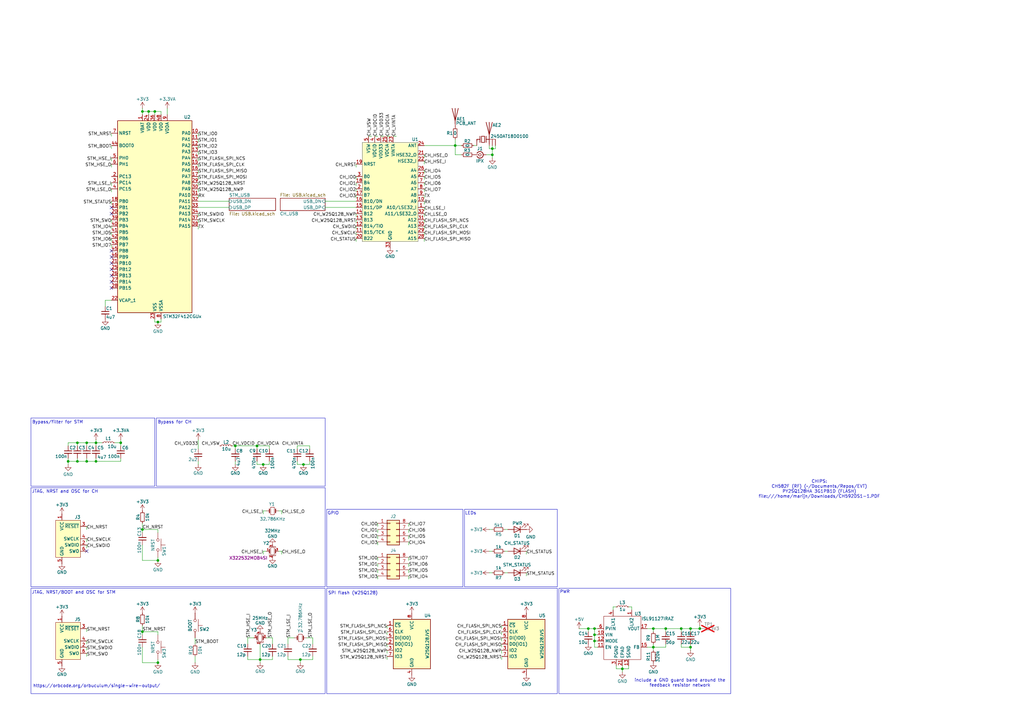
<source format=kicad_sch>
(kicad_sch (version 20231120) (generator "eeschema") (generator_version "8.0")
  (paper "A3")
  (junction (at 35.56 189.23))
  (junction (at 283.21 257.81))
  (junction (at 96.52 182.88))
  (junction (at 31.75 181.61))
  (junction (at 243.84 260.35))
  (junction (at 255.27 274.32))
  (junction (at 279.4 257.81))
  (junction (at 283.21 265.43))
  (junction (at 105.41 182.88))
  (junction (at 241.3 257.81))
  (junction (at 107.95 190.5))
  (junction (at 201.93 63.5))
  (junction (at 58.42 45.72))
  (junction (at 39.37 189.23))
  (junction (at 64.77 229.87))
  (junction (at 243.84 262.89))
  (junction (at 39.37 181.61))
  (junction (at 267.97 257.81))
  (junction (at 58.42 259.08))
  (junction (at 27.94 189.23))
  (junction (at 186.69 59.69))
  (junction (at 64.77 271.78))
  (junction (at 49.53 181.61))
  (junction (at 123.19 270.51))
  (junction (at 106.68 270.51))
  (junction (at 64.77 132.08))
  (junction (at 124.46 190.5))
  (junction (at 243.84 257.81))
  (junction (at 60.96 45.72))
  (junction (at 267.97 265.43))
  (junction (at 58.42 217.17))
  (junction (at 35.56 181.61))
  (junction (at 201.93 60.96))
  (junction (at 287.02 257.81))
  (junction (at 31.75 189.23))
  (junction (at 63.5 45.72))
  (junction (at 273.05 257.81))
  (no_connect (at 35.56 226.06))
  (no_connect (at 45.72 113.03))
  (no_connect (at 45.72 105.41))
  (no_connect (at 45.72 85.09))
  (no_connect (at 45.72 118.11))
  (no_connect (at 45.72 87.63))
  (no_connect (at 45.72 107.95))
  (no_connect (at 45.72 115.57))
  (no_connect (at 45.72 102.87))
  (no_connect (at 45.72 110.49))
  (wire (pts (xy 207.01 217.17) (xy 208.28 217.17)))
  (wire (pts (xy 154.94 233.68) (xy 154.94 234.95)))
  (wire (pts (xy 46.99 181.61) (xy 49.53 181.61)))
  (wire (pts (xy 201.93 60.96) (xy 201.93 63.5)))
  (wire (pts (xy 154.94 228.6) (xy 154.94 229.87)))
  (wire (pts (xy 118.11 264.16) (xy 118.11 261.62)))
  (wire (pts (xy 39.37 181.61) (xy 39.37 182.88)))
  (wire (pts (xy 154.94 215.9) (xy 154.94 214.63)))
  (wire (pts (xy 81.28 63.5) (xy 81.28 62.23)))
  (wire (pts (xy 43.18 123.19) (xy 43.18 125.73)))
  (wire (pts (xy 45.72 99.06) (xy 45.72 97.79)))
  (wire (pts (xy 105.41 182.88) (xy 105.41 184.15)))
  (wire (pts (xy 123.19 270.51) (xy 128.27 270.51)))
  (wire (pts (xy 96.52 182.88) (xy 105.41 182.88)))
  (wire (pts (xy 105.41 190.5) (xy 105.41 189.23)))
  (wire (pts (xy 255.27 274.32) (xy 255.27 273.05)))
  (wire (pts (xy 203.2 60.96) (xy 201.93 60.96)))
  (wire (pts (xy 128.27 270.51) (xy 128.27 269.24)))
  (wire (pts (xy 205.74 257.81) (xy 205.74 256.54)))
  (wire (pts (xy 162.56 55.88) (xy 161.29 55.88)))
  (wire (pts (xy 127 190.5) (xy 124.46 190.5)))
  (wire (pts (xy 45.72 93.98) (xy 45.72 92.71)))
  (wire (pts (xy 279.4 265.43) (xy 283.21 265.43)))
  (wire (pts (xy 107.95 190.5) (xy 110.49 190.5)))
  (wire (pts (xy 49.53 181.61) (xy 49.53 180.34)))
  (wire (pts (xy 27.94 187.96) (xy 27.94 189.23)))
  (wire (pts (xy 203.2 59.69) (xy 203.2 60.96)))
  (wire (pts (xy 58.42 45.72) (xy 60.96 45.72)))
  (wire (pts (xy 27.94 189.23) (xy 31.75 189.23)))
  (wire (pts (xy 215.9 236.22) (xy 215.9 234.95)))
  (wire (pts (xy 127 182.88) (xy 127 184.15)))
  (wire (pts (xy 121.92 182.88) (xy 127 182.88)))
  (wire (pts (xy 63.5 45.72) (xy 66.04 45.72)))
  (wire (pts (xy 121.92 190.5) (xy 124.46 190.5)))
  (wire (pts (xy 31.75 189.23) (xy 35.56 189.23)))
  (wire (pts (xy 64.77 229.87) (xy 64.77 228.6)))
  (wire (pts (xy 35.56 222.25) (xy 35.56 220.98)))
  (wire (pts (xy 81.28 60.96) (xy 81.28 59.69)))
  (wire (pts (xy 81.28 73.66) (xy 81.28 72.39)))
  (wire (pts (xy 106.68 270.51) (xy 111.76 270.51)))
  (wire (pts (xy 267.97 259.08) (xy 267.97 257.81)))
  (wire (pts (xy 39.37 189.23) (xy 49.53 189.23)))
  (wire (pts (xy 267.97 265.43) (xy 267.97 266.7)))
  (wire (pts (xy 154.94 218.44) (xy 154.94 217.17)))
  (wire (pts (xy 173.99 76.2) (xy 173.99 74.93)))
  (wire (pts (xy 243.84 260.35) (xy 243.84 262.89)))
  (wire (pts (xy 107.95 209.55) (xy 109.22 209.55)))
  (wire (pts (xy 81.28 82.55) (xy 93.98 82.55)))
  (wire (pts (xy 35.56 269.24) (xy 35.56 267.97)))
  (wire (pts (xy 279.4 264.16) (xy 279.4 265.43)))
  (wire (pts (xy 200.66 217.17) (xy 201.93 217.17)))
  (wire (pts (xy 265.43 265.43) (xy 267.97 265.43)))
  (wire (pts (xy 121.92 184.15) (xy 121.92 182.88)))
  (wire (pts (xy 251.46 248.92) (xy 252.73 248.92)))
  (wire (pts (xy 173.99 86.36) (xy 173.99 85.09)))
  (wire (pts (xy 251.46 248.92) (xy 251.46 250.19)))
  (wire (pts (xy 58.42 259.08) (xy 58.42 260.35)))
  (wire (pts (xy 186.69 63.5) (xy 189.23 63.5)))
  (wire (pts (xy 283.21 259.08) (xy 283.21 257.81)))
  (wire (pts (xy 283.21 265.43) (xy 283.21 266.7)))
  (wire (pts (xy 279.4 257.81) (xy 283.21 257.81)))
  (wire (pts (xy 45.72 68.58) (xy 45.72 67.31)))
  (wire (pts (xy 60.96 45.72) (xy 60.96 46.99)))
  (wire (pts (xy 35.56 224.79) (xy 35.56 223.52)))
  (wire (pts (xy 58.42 271.78) (xy 58.42 265.43)))
  (wire (pts (xy 45.72 101.6) (xy 45.72 100.33)))
  (wire (pts (xy 105.41 182.88) (xy 110.49 182.88)))
  (wire (pts (xy 158.75 257.81) (xy 158.75 256.54)))
  (wire (pts (xy 31.75 187.96) (xy 31.75 189.23)))
  (wire (pts (xy 58.42 217.17) (xy 64.77 217.17)))
  (wire (pts (xy 273.05 265.43) (xy 267.97 265.43)))
  (wire (pts (xy 35.56 264.16) (xy 35.56 262.89)))
  (wire (pts (xy 81.28 81.28) (xy 81.28 80.01)))
  (wire (pts (xy 287.02 257.81) (xy 283.21 257.81)))
  (wire (pts (xy 167.64 231.14) (xy 167.64 232.41)))
  (wire (pts (xy 96.52 190.5) (xy 96.52 189.23)))
  (wire (pts (xy 45.72 55.88) (xy 45.72 54.61)))
  (wire (pts (xy 81.28 58.42) (xy 81.28 57.15)))
  (wire (pts (xy 146.05 81.28) (xy 146.05 80.01)))
  (wire (pts (xy 127 189.23) (xy 127 190.5)))
  (wire (pts (xy 146.05 76.2) (xy 146.05 74.93)))
  (wire (pts (xy 109.22 261.62) (xy 111.76 261.62)))
  (wire (pts (xy 45.72 91.44) (xy 45.72 90.17)))
  (wire (pts (xy 167.64 233.68) (xy 167.64 234.95)))
  (wire (pts (xy 158.75 262.89) (xy 158.75 261.62)))
  (wire (pts (xy 58.42 44.45) (xy 58.42 45.72)))
  (wire (pts (xy 167.64 236.22) (xy 167.64 237.49)))
  (wire (pts (xy 173.99 83.82) (xy 173.99 82.55)))
  (wire (pts (xy 287.02 256.54) (xy 287.02 257.81)))
  (wire (pts (xy 252.73 274.32) (xy 255.27 274.32)))
  (wire (pts (xy 158.75 260.35) (xy 158.75 259.08)))
  (wire (pts (xy 201.93 64.77) (xy 201.93 63.5)))
  (wire (pts (xy 58.42 229.87) (xy 58.42 223.52)))
  (wire (pts (xy 45.72 60.96) (xy 45.72 59.69)))
  (wire (pts (xy 267.97 257.81) (xy 273.05 257.81)))
  (wire (pts (xy 186.69 57.15) (xy 186.69 59.69)))
  (wire (pts (xy 243.84 257.81) (xy 245.11 257.81)))
  (wire (pts (xy 154.94 231.14) (xy 154.94 232.41)))
  (wire (pts (xy 133.35 82.55) (xy 146.05 82.55)))
  (wire (pts (xy 146.05 99.06) (xy 146.05 97.79)))
  (wire (pts (xy 66.04 45.72) (xy 66.04 46.99)))
  (wire (pts (xy 195.58 59.69) (xy 194.31 59.69)))
  (wire (pts (xy 81.28 180.34) (xy 81.28 184.15)))
  (wire (pts (xy 115.57 210.82) (xy 115.57 209.55)))
  (wire (pts (xy 35.56 266.7) (xy 35.56 265.43)))
  (wire (pts (xy 106.68 264.16) (xy 106.68 270.51)))
  (wire (pts (xy 173.99 99.06) (xy 173.99 97.79)))
  (wire (pts (xy 35.56 187.96) (xy 35.56 189.23)))
  (wire (pts (xy 45.72 96.52) (xy 45.72 95.25)))
  (wire (pts (xy 35.56 181.61) (xy 35.56 182.88)))
  (wire (pts (xy 106.68 271.78) (xy 106.68 270.51)))
  (wire (pts (xy 243.84 262.89) (xy 245.11 262.89)))
  (wire (pts (xy 96.52 182.88) (xy 96.52 184.15)))
  (wire (pts (xy 252.73 273.05) (xy 252.73 274.32)))
  (wire (pts (xy 49.53 189.23) (xy 49.53 187.96)))
  (wire (pts (xy 115.57 209.55) (xy 114.3 209.55)))
  (wire (pts (xy 201.93 59.69) (xy 201.93 60.96)))
  (wire (pts (xy 205.74 262.89) (xy 205.74 261.62)))
  (wire (pts (xy 58.42 271.78) (xy 64.77 271.78)))
  (wire (pts (xy 152.4 55.88) (xy 151.13 55.88)))
  (wire (pts (xy 255.27 274.32) (xy 257.81 274.32)))
  (wire (pts (xy 241.3 259.08) (xy 241.3 257.81)))
  (wire (pts (xy 154.94 223.52) (xy 154.94 222.25)))
  (wire (pts (xy 118.11 270.51) (xy 123.19 270.51)))
  (wire (pts (xy 173.99 81.28) (xy 173.99 80.01)))
  (wire (pts (xy 167.64 228.6) (xy 167.64 229.87)))
  (wire (pts (xy 154.94 220.98) (xy 154.94 219.71)))
  (wire (pts (xy 173.99 73.66) (xy 173.99 72.39)))
  (wire (pts (xy 243.84 265.43) (xy 245.11 265.43)))
  (wire (pts (xy 45.72 123.19) (xy 43.18 123.19)))
  (wire (pts (xy 81.28 93.98) (xy 81.28 92.71)))
  (wire (pts (xy 81.28 190.5) (xy 81.28 189.23)))
  (wire (pts (xy 146.05 91.44) (xy 146.05 90.17)))
  (wire (pts (xy 115.57 226.06) (xy 114.3 226.06)))
  (wire (pts (xy 173.99 88.9) (xy 173.99 87.63)))
  (wire (pts (xy 146.05 88.9) (xy 146.05 87.63)))
  (wire (pts (xy 31.75 181.61) (xy 27.94 181.61)))
  (wire (pts (xy 173.99 67.31) (xy 173.99 66.04)))
  (wire (pts (xy 125.73 261.62) (xy 128.27 261.62)))
  (wire (pts (xy 64.77 132.08) (xy 66.04 132.08)))
  (wire (pts (xy 283.21 264.16) (xy 283.21 265.43)))
  (wire (pts (xy 273.05 257.81) (xy 279.4 257.81)))
  (wire (pts (xy 111.76 261.62) (xy 111.76 264.16)))
  (wire (pts (xy 257.81 273.05) (xy 257.81 274.32)))
  (wire (pts (xy 158.75 267.97) (xy 158.75 266.7)))
  (wire (pts (xy 173.99 71.12) (xy 173.99 69.85)))
  (wire (pts (xy 157.48 55.88) (xy 156.21 55.88)))
  (wire (pts (xy 243.84 260.35) (xy 245.11 260.35)))
  (wire (pts (xy 215.9 227.33) (xy 215.9 226.06)))
  (wire (pts (xy 107.95 210.82) (xy 107.95 209.55)))
  (wire (pts (xy 200.66 59.69) (xy 200.66 60.96)))
  (wire (pts (xy 81.28 78.74) (xy 81.28 77.47)))
  (wire (pts (xy 186.69 59.69) (xy 189.23 59.69)))
  (wire (pts (xy 158.75 270.51) (xy 158.75 269.24)))
  (wire (pts (xy 199.39 63.5) (xy 201.93 63.5)))
  (wire (pts (xy 64.77 217.17) (xy 64.77 218.44)))
  (wire (pts (xy 39.37 181.61) (xy 35.56 181.61)))
  (wire (pts (xy 173.99 93.98) (xy 173.99 92.71)))
  (wire (pts (xy 35.56 181.61) (xy 31.75 181.61)))
  (wire (pts (xy 173.99 96.52) (xy 173.99 95.25)))
  (wire (pts (xy 205.74 267.97) (xy 205.74 266.7)))
  (wire (pts (xy 154.94 55.88) (xy 153.67 55.88)))
  (wire (pts (xy 118.11 269.24) (xy 118.11 270.51)))
  (wire (pts (xy 186.69 59.69) (xy 186.69 63.5)))
  (wire (pts (xy 81.28 91.44) (xy 81.28 90.17)))
  (wire (pts (xy 35.56 259.08) (xy 35.56 257.81)))
  (wire (pts (xy 160.02 55.88) (xy 158.75 55.88)))
  (wire (pts (xy 255.27 274.32) (xy 255.27 275.59)))
  (wire (pts (xy 45.72 66.04) (xy 45.72 64.77)))
  (wire (pts (xy 167.64 220.98) (xy 167.64 219.71)))
  (wire (pts (xy 241.3 257.81) (xy 243.84 257.81)))
  (wire (pts (xy 173.99 59.69) (xy 186.69 59.69)))
  (wire (pts (xy 243.84 257.81) (xy 243.84 260.35)))
  (wire (pts (xy 146.05 68.58) (xy 146.05 67.31)))
  (wire (pts (xy 39.37 181.61) (xy 41.91 181.61)))
  (wire (pts (xy 58.42 217.17) (xy 58.42 218.44)))
  (wire (pts (xy 200.66 60.96) (xy 201.93 60.96)))
  (wire (pts (xy 146.05 96.52) (xy 146.05 95.25)))
  (wire (pts (xy 81.28 71.12) (xy 81.28 69.85)))
  (wire (pts (xy 81.28 55.88) (xy 81.28 54.61)))
  (wire (pts (xy 110.49 190.5) (xy 110.49 189.23)))
  (wire (pts (xy 45.72 76.2) (xy 45.72 74.93)))
  (wire (pts (xy 81.28 68.58) (xy 81.28 67.31)))
  (wire (pts (xy 243.84 262.89) (xy 243.84 265.43)))
  (wire (pts (xy 207.01 234.95) (xy 208.28 234.95)))
  (wire (pts (xy 259.08 248.92) (xy 259.08 250.19)))
  (wire (pts (xy 205.74 260.35) (xy 205.74 259.08)))
  (wire (pts (xy 273.05 259.08) (xy 273.05 257.81)))
  (wire (pts (xy 279.4 259.08) (xy 279.4 257.81)))
  (wire (pts (xy 205.74 265.43) (xy 205.74 264.16)))
  (wire (pts (xy 158.75 265.43) (xy 158.75 264.16)))
  (wire (pts (xy 115.57 227.33) (xy 115.57 226.06)))
  (wire (pts (xy 80.01 261.62) (xy 80.01 264.16)))
  (wire (pts (xy 237.49 257.81) (xy 241.3 257.81)))
  (wire (pts (xy 66.04 132.08) (xy 66.04 130.81)))
  (wire (pts (xy 64.77 271.78) (xy 64.77 270.51)))
  (wire (pts (xy 101.6 270.51) (xy 106.68 270.51)))
  (wire (pts (xy 107.95 226.06) (xy 109.22 226.06)))
  (wire (pts (xy 35.56 217.17) (xy 35.56 215.9)))
  (wire (pts (xy 35.56 189.23) (xy 39.37 189.23)))
  (wire (pts (xy 60.96 45.72) (xy 63.5 45.72)))
  (wire (pts (xy 133.35 85.09) (xy 146.05 85.09)))
  (wire (pts (xy 64.77 259.08) (xy 64.77 260.35)))
  (wire (pts (xy 64.77 132.08) (xy 63.5 132.08)))
  (wire (pts (xy 200.66 226.06) (xy 201.93 226.06)))
  (wire (pts (xy 58.42 229.87) (xy 64.77 229.87)))
  (wire (pts (xy 146.05 78.74) (xy 146.05 77.47)))
  (wire (pts (xy 121.92 189.23) (xy 121.92 190.5)))
  (wire (pts (xy 68.58 44.45) (xy 68.58 46.99)))
  (wire (pts (xy 257.81 248.92) (xy 259.08 248.92)))
  (wire (pts (xy 31.75 181.61) (xy 31.75 182.88)))
  (wire (pts (xy 173.99 64.77) (xy 173.99 63.5)))
  (wire (pts (xy 63.5 45.72) (xy 63.5 46.99)))
  (wire (pts (xy 27.94 190.5) (xy 27.94 189.23)))
  (wire (pts (xy 81.28 76.2) (xy 81.28 74.93)))
  (wire (pts (xy 58.42 259.08) (xy 64.77 259.08)))
  (wire (pts (xy 107.95 190.5) (xy 105.41 190.5)))
  (wire (pts (xy 154.94 236.22) (xy 154.94 237.49)))
  (wire (pts (xy 101.6 261.62) (xy 104.14 261.62)))
  (wire (pts (xy 267.97 264.16) (xy 267.97 265.43)))
  (wire (pts (xy 173.99 78.74) (xy 173.99 77.47)))
  (wire (pts (xy 111.76 270.51) (xy 111.76 269.24)))
  (wire (pts (xy 58.42 214.63) (xy 58.42 217.17)))
  (wire (pts (xy 58.42 256.54) (xy 58.42 259.08)))
  (wire (pts (xy 167.64 223.52) (xy 167.64 222.25)))
  (wire (pts (xy 200.66 234.95) (xy 201.93 234.95)))
  (wire (pts (xy 118.11 261.62) (xy 120.65 261.62)))
  (wire (pts (xy 110.49 182.88) (xy 110.49 184.15)))
  (wire (pts (xy 173.99 91.44) (xy 173.99 90.17)))
  (wire (pts (xy 128.27 261.62) (xy 128.27 264.16)))
  (wire (pts (xy 205.74 270.51) (xy 205.74 269.24)))
  (wire (pts (xy 146.05 73.66) (xy 146.05 72.39)))
  (wire (pts (xy 80.01 269.24) (xy 80.01 271.78)))
  (wire (pts (xy 58.42 45.72) (xy 58.42 46.99)))
  (wire (pts (xy 207.01 226.06) (xy 208.28 226.06)))
  (wire (pts (xy 101.6 269.24) (xy 101.6 270.51)))
  (wire (pts (xy 27.94 181.61) (xy 27.94 182.88)))
  (wire (pts (xy 81.28 66.04) (xy 81.28 64.77)))
  (wire (pts (xy 273.05 264.16) (xy 273.05 265.43)))
  (wire (pts (xy 167.64 215.9) (xy 167.64 214.63)))
  (wire (pts (xy 39.37 189.23) (xy 39.37 187.96)))
  (wire (pts (xy 39.37 180.34) (xy 39.37 181.61)))
  (wire (pts (xy 265.43 257.81) (xy 267.97 257.81)))
  (wire (pts (xy 167.64 218.44) (xy 167.64 217.17)))
  (wire (pts (xy 123.19 271.78) (xy 123.19 270.51)))
  (wire (pts (xy 45.72 83.82) (xy 45.72 82.55)))
  (wire (pts (xy 45.72 78.74) (xy 45.72 77.47)))
  (wire (pts (xy 81.28 88.9) (xy 81.28 87.63)))
  (wire (pts (xy 101.6 264.16) (xy 101.6 261.62)))
  (wire (pts (xy 81.28 85.09) (xy 93.98 85.09)))
  (wire (pts (xy 95.25 182.88) (xy 96.52 182.88)))
  (wire (pts (xy 49.53 181.61) (xy 49.53 182.88)))
  (wire (pts (xy 63.5 132.08) (xy 63.5 130.81)))
  (wire (pts (xy 107.95 227.33) (xy 107.95 226.06)))
  (wire (pts (xy 146.05 93.98) (xy 146.05 92.71)))
  (rectangle (start 133.985 241.3) (end 228.6 284.48))
  (rectangle (start 12.7 200.025) (end 133.35 240.665))
  (rectangle (start 64.135 171.45) (end 133.35 199.39))
  (rectangle (start 133.985 208.915) (end 189.865 240.665))
  (rectangle (start 229.235 241.3) (end 299.72 284.48))
  (rectangle (start 12.7 241.3) (end 133.35 284.48))
  (rectangle (start 12.7 171.45) (end 63.5 199.39))
  (rectangle (start 190.5 208.915) (end 228.6 240.665))
  (text "LEDs" (at 193.04 210.566 0) (effects (font (size 1.27 1.27))))
  (text "Bypass/filter for STM" (at 23.622 173.228 0) (effects (font (size 1.27 1.27))))
  (text "JTAG, NRST and OSC for CH" (at 26.67 201.676 0) (effects (font (size 1.27 1.27))))
  (text "JTAG, NRST/BOOT and OSC for STM" (at 30.226 243.078 0) (effects (font (size 1.27 1.27))))
  (text "SPI flash (W25Q128)" (at 144.78 243.332 0) (effects (font (size 1.27 1.27))))
  (text "CHIPS:\nCH582F (RF) (~/Documents/Repos/EVT)\nPY2SQ128HA 3G1PB1D (FLASH)\nfile:///home/marijn/Downloads/CH592DS1-1.PDF" (at 336.042 200.66 0) (effects (font (size 1.27 1.27))))
  (text "PWR" (at 231.648 242.824 0) (effects (font (size 1.27 1.27))))
  (text "GPIO\n" (at 136.652 210.566 0) (effects (font (size 1.27 1.27))))
  (text "https://orbcode.org/orbuculum/single-wire-output/" (at 39.624 281.432 0) (effects (font (size 1.27 1.27))))
  (text "include a GND guard band around the\nfeedback resistor network" (at 278.892 280.162 0) (effects (font (size 1.27 1.27))))
  (text "Bypass for CH" (at 71.628 173.228 0) (effects (font (size 1.27 1.27))))
  (label "STM_IO0" (at 154.94 229.87 180))
  (label "STM_LSE_I" (at 45.72 76.2 180))
  (label "CH_VDCIA" (at 160.02 55.88 90))
  (label "CH_IO3" (at 154.94 223.52 180))
  (label "STM_IO4" (at 45.72 93.98 180))
  (label "STM_SWDIO" (at 81.28 88.9 0))
  (label "CH_LSE_I" (at 173.99 86.36 0))
  (label "CH_IO4" (at 167.64 223.52 0))
  (label "CH_FLASH_SPI_CLK" (at 205.74 260.35 180))
  (label "CH_VDD33" (at 81.28 182.88 180))
  (label "CH_FLASH_SPI_MOSI" (at 173.99 96.52 0))
  (label "STM_FLASH_SPI_MISO" (at 81.28 71.12 0))
  (label "STM_IO4" (at 167.64 237.49 0))
  (label "STM_BOOT" (at 80.01 264.16 0))
  (label "CH_IO6" (at 173.99 76.2 0))
  (label "STM_IO5" (at 45.72 96.52 180))
  (label "CH_HSE_I" (at 107.95 227.33 180))
  (label "CH_SWDIO" (at 146.05 93.98 180))
  (label "CH_W25Q128_NWP" (at 205.74 267.97 180))
  (label "STM_NRST" (at 45.72 55.88 180))
  (label "STM_LSE_I" (at 119.38 261.62 90))
  (label "CH_VSW" (at 152.4 55.88 90))
  (label "STM_SWDIO" (at 35.56 266.7 0))
  (label "CH_SWDIO" (at 35.56 224.79 0))
  (label "CH_IO4" (at 173.99 71.12 0))
  (label "STM_W25Q128_NWP" (at 81.28 78.74 0))
  (label "CH_FLASH_SPI_MISO" (at 205.74 265.43 180))
  (label "CH_STATUS" (at 215.9 227.33 0))
  (label "CH_IO1" (at 154.94 218.44 180))
  (label "CH_VDCID" (at 154.94 55.88 90))
  (label "CH_LSE_O" (at 173.99 88.9 0))
  (label "STM_IO2" (at 154.94 234.95 180))
  (label "STM_LSE_O" (at 45.72 78.74 180))
  (label "STM_SWCLK" (at 35.56 264.16 0))
  (label "CH_VDCIA" (at 105.41 182.88 0))
  (label "CH_NRST" (at 58.42 217.17 0))
  (label "CH_IO5" (at 167.64 220.98 0))
  (label "STM_STATUS" (at 215.9 236.22 0))
  (label "STM_FLASH_SPI_MOSI" (at 158.75 262.89 180))
  (label "CH_IO7" (at 173.99 78.74 0))
  (label "STM_IO2" (at 81.28 60.96 0))
  (label "STM_IO5" (at 167.64 234.95 0))
  (label "STM_SWCLK" (at 81.28 91.44 0))
  (label "STM_NRST" (at 35.56 259.08 0))
  (label "TX" (at 81.28 93.98 0))
  (label "STM_FLASH_SPI_NCS" (at 158.75 257.81 180))
  (label "STM_FLASH_SPI_MISO" (at 158.75 265.43 180))
  (label "CH_NRST" (at 35.56 217.17 0))
  (label "RX" (at 173.99 83.82 0))
  (label "CH_IO2" (at 154.94 220.98 180))
  (label "STM_NRST" (at 58.42 259.08 0))
  (label "STM_SWO" (at 35.56 269.24 0))
  (label "CH_VDCID" (at 95.25 182.88 0))
  (label "CH_SWCLK" (at 35.56 222.25 0))
  (label "CH_W25Q128_NRST" (at 205.74 270.51 180))
  (label "CH_FLASH_SPI_MOSI" (at 205.74 262.89 180))
  (label "CH_VINTA" (at 162.56 55.88 90))
  (label "CH_IO7" (at 167.64 215.9 0))
  (label "RX" (at 81.28 81.28 0))
  (label "CH_FLASH_SPI_CLK" (at 173.99 93.98 0))
  (label "STM_IO3" (at 154.94 237.49 180))
  (label "CH_FLASH_SPI_MISO" (at 173.99 99.06 0))
  (label "CH_IO6" (at 167.64 218.44 0))
  (label "CH_SWCLK" (at 146.05 96.52 180))
  (label "STM_LSE_O" (at 128.27 261.62 90))
  (label "TX" (at 173.99 81.28 0))
  (label "CH_VDD33" (at 157.48 55.88 90))
  (label "STM_IO0" (at 81.28 55.88 0))
  (label "STM_FLASH_SPI_MOSI" (at 81.28 73.66 0))
  (label "STM_SWO" (at 45.72 91.44 180))
  (label "STM_IO1" (at 154.94 232.41 180))
  (label "STM_IO6" (at 167.64 232.41 0))
  (label "STM_FLASH_SPI_NCS" (at 81.28 66.04 0))
  (label "STM_IO7" (at 45.72 101.6 180))
  (label "STM_HSE_O" (at 111.76 261.62 90))
  (label "CH_IO1" (at 146.05 76.2 180))
  (label "STM_W25Q128_NRST" (at 158.75 270.51 180))
  (label "STM_HSE_I" (at 45.72 66.04 180))
  (label "CH_IO5" (at 173.99 73.66 0))
  (label "STM_IO1" (at 81.28 58.42 0))
  (label "STM_IO6" (at 45.72 99.06 180))
  (label "CH_LSE_I" (at 107.95 210.82 180))
  (label "STM_FLASH_SPI_CLK" (at 158.75 260.35 180))
  (label "STM_IO7" (at 167.64 229.87 0))
  (label "CH_HSE_O" (at 173.99 64.77 0))
  (label "CH_W25Q128_NWP" (at 146.05 88.9 180))
  (label "CH_FLASH_SPI_NCS" (at 205.74 257.81 180))
  (label "CH_HSE_O" (at 115.57 227.33 0))
  (label "CH_LSE_O" (at 115.57 210.82 0))
  (label "CH_NRST" (at 146.05 68.58 180))
  (label "STM_HSE_I" (at 102.87 261.62 90))
  (label "CH_IO0" (at 154.94 215.9 180))
  (label "STM_BOOT" (at 45.72 60.96 180))
  (label "STM_W25Q128_NRST" (at 81.28 76.2 0))
  (label "CH_W25Q128_NRST" (at 146.05 91.44 180))
  (label "STM_W25Q128_NWP" (at 158.75 267.97 180))
  (label "CH_IO3" (at 146.05 81.28 180))
  (label "CH_VSW" (at 90.17 182.88 180))
  (label "CH_VINTA" (at 124.46 182.88 180))
  (label "CH_HSE_I" (at 173.99 67.31 0))
  (label "STM_HSE_O" (at 45.72 68.58 180))
  (label "STM_FLASH_SPI_CLK" (at 81.28 68.58 0))
  (label "CH_STATUS" (at 146.05 99.06 180))
  (label "CH_IO2" (at 146.05 78.74 180))
  (label "CH_FLASH_SPI_NCS" (at 173.99 91.44 0))
  (label "STM_STATUS" (at 45.72 83.82 180))
  (label "STM_IO3" (at 81.28 63.5 0))
  (label "CH_IO0" (at 146.05 73.66 180))
  (symbol (lib_id "Switch:SW_Push") (at 64.77 223.52 270) (unit 1)
    (property "Reference" "SW1" (at 67.31 226.06 0))
    (property "Value" "NRST" (at 62.738 223.52 0))
    (property "Footprint" "Button_Switch_SMD:SW_SPST_PTS810" (effects (hide yes)))
    (property "Description" "Push button switch, generic, two pins" (effects (hide yes)))
    (property "LCSC" "C2681476" (effects (hide yes)))
  )
  (symbol (lib_id "Device:C_Small") (at 273.05 261.62 0) (unit 1)
    (property "Reference" "C15" (at 273.05 259.842 0) (effects (justify left)))
    (property "Value" "56p" (at 273.05 263.398 0) (effects (justify left)))
    (property "Footprint" "Capacitor_SMD:C_0603_1608Metric" (effects (hide yes)))
    (property "Description" "Unpolarized capacitor, small symbol" (effects (hide yes)))
    (property "mouser" " 187-CL10A226MP8NUNE" (effects (hide yes)))
  )
  (symbol (lib_id "power:GND") (at 123.19 271.78 0) (unit 1)
    (property "Reference" "#PWR038" (effects (hide yes)))
    (property "Value" "GND" (at 123.19 275.336 0))
    (property "Description" "Power symbol creates a global label with name \"GND\" , ground" (effects (hide yes)))
  )
  (symbol (lib_id "power:+3.3VA") (at 49.53 180.34 0) (unit 1)
    (property "Reference" "#PWR08" (effects (hide yes)))
    (property "Value" "+3.3VA" (at 49.53 176.53 0))
    (property "Description" "Power symbol creates a global label with name \"+3.3VA\"" (effects (hide yes)))
  )
  (symbol (lib_id "power:+3V3") (at 81.28 180.34 0) (unit 1)
    (property "Reference" "#PWR09" (effects (hide yes)))
    (property "Value" "+3V3" (at 81.28 176.53 0))
    (property "Description" "Power symbol creates a global label with name \"+3V3\"" (effects (hide yes)))
  )
  (symbol (lib_id "Device:C_Small") (at 241.3 261.62 0) (unit 1)
    (property "Reference" "C14" (at 237.236 259.842 0) (effects (justify left)))
    (property "Value" "10u" (at 237.236 263.398 0) (effects (justify left)))
    (property "Footprint" "Capacitor_SMD:C_0603_1608Metric" (effects (hide yes)))
    (property "Description" "Unpolarized capacitor, small symbol" (effects (hide yes)))
    (property "mouser" " 187-CL10A106MQ8NNND" (effects (hide yes)))
  )
  (symbol (lib_id "power:GND") (at 106.68 271.78 0) (unit 1)
    (property "Reference" "#PWR037" (effects (hide yes)))
    (property "Value" "GND" (at 106.68 275.336 0))
    (property "Description" "Power symbol creates a global label with name \"GND\" , ground" (effects (hide yes)))
  )
  (symbol (lib_id "Device:Antenna") (at 186.69 46.99 0) (unit 1)
    (property "Reference" "AE1" (at 187.198 48.768 0) (effects (justify left)))
    (property "Value" "PCB_ANT" (at 186.944 50.546 0) (effects (justify left)))
    (property "Footprint" "RF_Antenna:Texas_SWRA117D_2.4GHz_Left" (effects (hide yes)))
    (property "Description" "Antenna" (effects (hide yes)))
  )
  (symbol (lib_id "power:+3V3") (at 287.02 256.54 0) (unit 1)
    (property "Reference" "#PWR030" (effects (hide yes)))
    (property "Value" "+3V3" (at 287.02 252.984 0))
    (property "Description" "Power symbol creates a global label with name \"+3V3\"" (effects (hide yes)))
  )
  (symbol (lib_id "Memory_Flash:W25Q128JVS") (at 168.91 264.16 0) (unit 1)
    (property "Reference" "U4" (at 173.99 252.476 0) (effects (justify left)))
    (property "Value" "W25Q128JVS" (at 175.26 270.256 90) (effects (justify left)))
    (property "Footprint" "Marijn_KiCad:SOIC-8_W25QxJVS" (effects (hide yes)))
    (property "Datasheet" "http://www.winbond.com/resource-files/w25q128jv_dtr%20revc%2003272018%20plus.pdf" (effects (hide yes)))
    (property "Description" "128Mb Serial Flash Memory, Standard/Dual/Quad SPI, SOIC-8" (effects (hide yes)))
  )
  (symbol (lib_id "power:GND") (at 215.9 217.17 90) (unit 1)
    (property "Reference" "#PWR018" (effects (hide yes)))
    (property "Value" "GND" (at 217.678 220.218 90))
    (property "Description" "Power symbol creates a global label with name \"GND\" , ground" (effects (hide yes)))
  )
  (symbol (lib_id "Device:R_Small") (at 267.97 261.62 0) (unit 1)
    (property "Reference" "R9" (at 265.938 261.62 90))
    (property "Value" "1M" (at 269.748 261.62 90))
    (property "Footprint" "Resistor_SMD:R_0603_1608Metric" (effects (hide yes)))
    (property "Description" "Resistor, small symbol" (effects (hide yes)))
    (property "mouser" " 791-RMC1/16-512JTP" (effects (hide yes)))
  )
  (symbol (lib_id "Marijn:ISL91127IR") (at 255.27 259.08 0) (unit 1)
    (property "Reference" "U3" (at 261.62 251.714 0))
    (property "Value" "ISL91127IRAZ" (at 269.748 253.746 0))
    (property "Footprint" "Package_DFN_QFN:QFN-20-1EP_4x4mm_P0.5mm_EP2.7x2.7mm_ThermalVias" (effects (hide yes)))
    (property "Datasheet" "https://nl.mouser.com/datasheet/2/698/REN_isl91127ir_DST_20220826-1998485.pdf" (effects (hide yes)))
    (property "mouser" " 968-ISL91127IRAZ-T" (effects (hide yes)))
  )
  (symbol (lib_id "Device:C_Small") (at 81.28 186.69 180) (unit 1)
    (property "Reference" "C7" (at 80.772 184.912 0) (effects (justify left)))
    (property "Value" "2u2" (at 81.026 188.468 0) (effects (justify left)))
    (property "Footprint" "Capacitor_SMD:C_0603_1608Metric" (effects (hide yes)))
    (property "Description" "Unpolarized capacitor, small symbol" (effects (hide yes)))
  )
  (symbol (lib_id "power:+3V3") (at 200.66 226.06 90) (mirror x) (unit 1)
    (property "Reference" "#PWR020" (effects (hide yes)))
    (property "Value" "+3V3" (at 195.326 226.06 90))
    (property "Description" "Power symbol creates a global label with name \"+3V3\"" (effects (hide yes)))
  )
  (symbol (lib_id "power:+3V3") (at 58.42 44.45 0) (unit 1)
    (property "Reference" "#PWR01" (effects (hide yes)))
    (property "Value" "+3V3" (at 58.42 40.64 0))
    (property "Description" "Power symbol creates a global label with name \"+3V3\"" (effects (hide yes)))
  )
  (symbol (lib_id "Device:R_Small") (at 58.42 212.09 180) (unit 1)
    (property "Reference" "R4" (at 56.642 212.09 90))
    (property "Value" "10k" (at 60.452 212.09 90))
    (property "Footprint" "Resistor_SMD:R_0603_1608Metric" (effects (hide yes)))
    (property "Description" "Resistor, small symbol" (effects (hide yes)))
  )
  (symbol (lib_id "Connector:TestPoint") (at 287.02 257.81 270) (unit 1) (dnp yes)
    (property "Reference" "TP1" (at 288.798 256.032 90) (effects (justify left)))
    (property "Value" "3V3" (at 291.338 257.81 90) (effects (justify left)))
    (property "Footprint" "TestPoint:TestPoint_Pad_D1.5mm" (effects (hide yes)))
    (property "Description" "test point" (effects (hide yes)))
  )
  (symbol (lib_id "power:GND") (at 160.02 101.6 0) (unit 1)
    (property "Reference" "#PWR04" (effects (hide yes)))
    (property "Value" "GND" (at 160.02 105.156 0))
    (property "Description" "Power symbol creates a global label with name \"GND\" , ground" (effects (hide yes)))
  )
  (symbol (lib_id "Device:LED") (at 212.09 234.95 180) (unit 1)
    (property "Reference" "D3" (at 210.82 237.49 0) (effects (justify right)))
    (property "Value" "STM_STATUS" (at 206.248 231.648 0) (effects (justify right)))
    (property "Footprint" "LED_SMD:LED_0603_1608Metric" (effects (hide yes)))
    (property "Description" "BLUE" (effects (hide yes)))
    (property "mouser" " 710-150060BS75000" (effects (hide yes)))
  )
  (symbol (lib_id "Device:C_Small") (at 35.56 185.42 0) (unit 1)
    (property "Reference" "C4" (at 36.068 183.642 0) (effects (justify left)))
    (property "Value" "100n" (effects (hide yes)))
    (property "Footprint" "Capacitor_SMD:C_0603_1608Metric" (effects (hide yes)))
    (property "Description" "Unpolarized capacitor, small symbol" (effects (hide yes)))
  )
  (symbol (lib_id "Switch:SW_Push") (at 80.01 256.54 270) (unit 1)
    (property "Reference" "SW2" (at 83.82 258.064 90))
    (property "Value" "BOOT" (at 77.978 256.54 0))
    (property "Footprint" "Button_Switch_SMD:SW_SPST_PTS810" (effects (hide yes)))
    (property "Description" "Push button switch, generic, two pins" (effects (hide yes)))
    (property "LCSC" "C2681476" (effects (hide yes)))
  )
  (symbol (lib_id "Connector:Conn_ARM_SWD_TagConnect_TC2030") (at 27.94 220.98 0) (unit 1) (in_bom no)
    (property "Reference" "J3" (at 33.02 212.09 0) (effects (justify right)))
    (property "Value" "Conn_ARM_SWD_TagConnect_TC2030" (effects (hide yes)))
    (property "Footprint" "Connector:Tag-Connect_TC2030-IDC-FP_2x03_P1.27mm_Vertical" (effects (hide yes)))
    (property "Datasheet" "https://www.tag-connect.com/wp-content/uploads/bsk-pdf-manager/TC2030-CTX_1.pdf" (effects (hide yes)))
    (property "Description" "Tag-Connect ARM Cortex SWD JTAG connector, 6 pin" (effects (hide yes)))
  )
  (symbol (lib_id "power:GND") (at 25.4 273.05 0) (unit 1)
    (property "Reference" "#PWR040" (effects (hide yes)))
    (property "Value" "GND" (at 25.4 276.606 0))
    (property "Description" "Power symbol creates a global label with name \"GND\" , ground" (effects (hide yes)))
  )
  (symbol (lib_id "Memory_Flash:W25Q128JVS") (at 215.9 264.16 0) (unit 1)
    (property "Reference" "U5" (at 220.98 252.476 0) (effects (justify left)))
    (property "Value" "W25Q128JVS" (at 222.25 270.256 90) (effects (justify left)))
    (property "Footprint" "Marijn_KiCad:SOIC-8_W25QxJVS" (effects (hide yes)))
    (property "Datasheet" "http://www.winbond.com/resource-files/w25q128jv_dtr%20revc%2003272018%20plus.pdf" (effects (hide yes)))
    (property "Description" "128Mb Serial Flash Memory, Standard/Dual/Quad SPI, SOIC-8" (effects (hide yes)))
  )
  (symbol (lib_id "Device:C_Small") (at 39.37 185.42 0) (unit 1)
    (property "Reference" "C5" (at 39.878 183.642 0) (effects (justify left)))
    (property "Value" "4u7" (at 39.878 187.452 0) (effects (justify left)))
    (property "Footprint" "Capacitor_SMD:C_0603_1608Metric" (effects (hide yes)))
    (property "Description" "Unpolarized capacitor, small symbol" (effects (hide yes)))
  )
  (symbol (lib_id "Device:Crystal_GND24_Small") (at 106.68 261.62 0) (unit 1)
    (property "Reference" "Y3" (at 104.14 258.318 0))
    (property "Value" "25MHz" (at 106.68 253.492 0))
    (property "Footprint" "Crystal:Crystal_SMD_3225-4Pin_3.2x2.5mm" (effects (hide yes)))
    (property "Description" "Four pin crystal, GND on pins 2 and 4, small symbol" (effects (hide yes)))
  )
  (symbol (lib_id "Device:C_Small") (at 101.6 266.7 180) (unit 1)
    (property "Reference" "C19" (at 101.092 264.922 0) (effects (justify left)))
    (property "Value" "12p" (at 100.838 268.478 0) (effects (justify left)))
    (property "Footprint" "Capacitor_SMD:C_0603_1608Metric" (effects (hide yes)))
    (property "Description" "Unpolarized capacitor, small symbol" (effects (hide yes)))
  )
  (symbol (lib_id "Connector:Conn_ARM_SWD_TagConnect_TC2030") (at 27.94 262.89 0) (unit 1) (in_bom no)
    (property "Reference" "J5" (at 33.02 254 0) (effects (justify right)))
    (property "Value" "Conn_ARM_SWD_TagConnect_TC2030" (effects (hide yes)))
    (property "Footprint" "Connector:Tag-Connect_TC2030-IDC-FP_2x03_P1.27mm_Vertical" (effects (hide yes)))
    (property "Datasheet" "https://www.tag-connect.com/wp-content/uploads/bsk-pdf-manager/TC2030-CTX_1.pdf" (effects (hide yes)))
    (property "Description" "Tag-Connect ARM Cortex SWD JTAG connector, 6 pin" (effects (hide yes)))
  )
  (symbol (lib_id "power:+3V3") (at 200.66 217.17 90) (mirror x) (unit 1)
    (property "Reference" "#PWR017" (effects (hide yes)))
    (property "Value" "+3V3" (at 195.326 217.17 90))
    (property "Description" "Power symbol creates a global label with name \"+3V3\"" (effects (hide yes)))
  )
  (symbol (lib_id "power:+3V3") (at 58.42 251.46 0) (mirror y) (unit 1)
    (property "Reference" "#PWR025" (effects (hide yes)))
    (property "Value" "+3V3" (at 58.42 247.65 0))
    (property "Description" "Power symbol creates a global label with name \"+3V3\"" (effects (hide yes)))
  )
  (symbol (lib_id "Device:L_Small") (at 44.45 181.61 90) (unit 1)
    (property "Reference" "L1" (at 44.45 179.832 90))
    (property "Value" "10u" (at 45.974 183.134 90))
    (property "Footprint" "Inductor_SMD:L_0805_2012Metric" (effects (hide yes)))
    (property "Description" "Inductor, small symbol" (effects (hide yes)))
  )
  (symbol (lib_id "Device:C_Small") (at 31.75 185.42 0) (unit 1)
    (property "Reference" "C3" (at 32.258 183.642 0) (effects (justify left)))
    (property "Value" "100n" (effects (hide yes)))
    (property "Footprint" "Capacitor_SMD:C_0603_1608Metric" (effects (hide yes)))
    (property "Description" "Unpolarized capacitor, small symbol" (effects (hide yes)))
  )
  (symbol (lib_id "Device:C_Small") (at 58.42 262.89 180) (unit 1)
    (property "Reference" "C18" (at 57.15 258.064 90) (effects (justify left)))
    (property "Value" "100n" (at 57.15 263.906 90) (effects (justify left)))
    (property "Footprint" "Capacitor_SMD:C_0603_1608Metric" (effects (hide yes)))
    (property "Description" "Unpolarized capacitor, small symbol" (effects (hide yes)))
  )
  (symbol (lib_id "Device:C_Small") (at 118.11 266.7 180) (unit 1)
    (property "Reference" "C21" (at 117.602 264.922 0) (effects (justify left)))
    (property "Value" "12p" (at 117.348 268.478 0) (effects (justify left)))
    (property "Footprint" "Capacitor_SMD:C_0603_1608Metric" (effects (hide yes)))
    (property "Description" "Unpolarized capacitor, small symbol" (effects (hide yes)))
  )
  (symbol (lib_id "power:+3.3VA") (at 68.58 44.45 0) (unit 1)
    (property "Reference" "#PWR02" (effects (hide yes)))
    (property "Value" "+3.3VA" (at 68.58 40.64 0))
    (property "Description" "Power symbol creates a global label with name \"+3.3VA\"" (effects (hide yes)))
  )
  (symbol (lib_id "Device:Crystal_GND24_Small") (at 111.76 226.06 0) (unit 1)
    (property "Reference" "Y2" (at 109.22 222.758 0))
    (property "Value" "32MHz" (at 111.76 217.678 0))
    (property "Footprint" "Crystal:Crystal_SMD_3225-4Pin_3.2x2.5mm" (effects (hide yes)))
    (property "Description" "X322532MOB4SI" (at 101.854 228.854 0))
  )
  (symbol (lib_id "power:GND") (at 111.76 228.6 0) (unit 1)
    (property "Reference" "#PWR021" (effects (hide yes)))
    (property "Value" "GND" (at 111.76 232.156 0))
    (property "Description" "Power symbol creates a global label with name \"GND\" , ground" (effects (hide yes)))
  )
  (symbol (lib_id "power:GND") (at 96.52 190.5 0) (unit 1)
    (property "Reference" "#PWR012" (effects (hide yes)))
    (property "Value" "GND" (at 96.52 194.056 0))
    (property "Description" "Power symbol creates a global label with name \"GND\" , ground" (effects (hide yes)))
  )
  (symbol (lib_id "Device:C_Small") (at 110.49 186.69 180) (unit 1)
    (property "Reference" "C10" (at 109.982 184.912 0) (effects (justify left)))
    (property "Value" "100n" (at 111.76 187.452 90) (effects (justify left)))
    (property "Footprint" "Capacitor_SMD:C_0603_1608Metric" (effects (hide yes)))
    (property "Description" "Unpolarized capacitor, small symbol" (effects (hide yes)))
  )
  (symbol (lib_id "Device:R_Small") (at 267.97 269.24 180) (unit 1)
    (property "Reference" "R11" (at 265.938 269.24 90))
    (property "Value" "320k" (at 269.748 269.24 90))
    (property "Footprint" "Resistor_SMD:R_0603_1608Metric" (effects (hide yes)))
    (property "Description" "Resistor, small symbol" (effects (hide yes)))
    (property "mouser" " 791-RMC1/16-512JTP" (effects (hide yes)))
  )
  (symbol (lib_id "power:GND") (at 25.4 231.14 0) (unit 1)
    (property "Reference" "#PWR023" (effects (hide yes)))
    (property "Value" "GND" (at 25.4 234.696 0))
    (property "Description" "Power symbol creates a global label with name \"GND\" , ground" (effects (hide yes)))
  )
  (symbol (lib_id "power:+3V3") (at 25.4 210.82 0) (unit 1)
    (property "Reference" "#PWR016" (effects (hide yes)))
    (property "Value" "+3V3" (at 25.4 207.01 0))
    (property "Description" "Power symbol creates a global label with name \"+3V3\"" (effects (hide yes)))
  )
  (symbol (lib_id "power:GND") (at 241.3 264.16 0) (unit 1)
    (property "Reference" "#PWR033" (effects (hide yes)))
    (property "Value" "GND" (at 241.3 267.97 0))
    (property "Description" "Power symbol creates a global label with name \"GND\" , ground" (effects (hide yes)))
  )
  (symbol (lib_id "Marijn:CH592X") (at 160.02 78.74 0) (unit 1)
    (property "Reference" "U1" (at 168.91 57.15 0) (effects (justify left)))
    (property "Value" "~" (at 162.2141 102.87 0) (effects (justify left)))
    (property "Footprint" "Package_DFN_QFN:QFN-32-1EP_4x4mm_P0.4mm_EP2.65x2.65mm" (effects (hide yes)))
  )
  (symbol (lib_id "power:GND") (at 107.95 190.5 0) (unit 1)
    (property "Reference" "#PWR013" (effects (hide yes)))
    (property "Value" "GND" (at 107.95 194.056 0))
    (property "Description" "Power symbol creates a global label with name \"GND\" , ground" (effects (hide yes)))
  )
  (symbol (lib_id "Device:C_Small") (at 283.21 261.62 0) (unit 1)
    (property "Reference" "C17" (at 283.21 259.842 0) (effects (justify left)))
    (property "Value" "22u" (at 283.21 263.398 0) (effects (justify left)))
    (property "Footprint" "Capacitor_SMD:C_0603_1608Metric" (effects (hide yes)))
    (property "Description" "Unpolarized capacitor, small symbol" (effects (hide yes)))
    (property "mouser" " 187-CL10A226MP8NUNE" (effects (hide yes)))
  )
  (symbol (lib_id "power:GND") (at 64.77 271.78 0) (unit 1)
    (property "Reference" "#PWR035" (effects (hide yes)))
    (property "Value" "GND" (at 64.77 275.59 0))
    (property "Description" "Power symbol creates a global label with name \"GND\" , ground" (effects (hide yes)))
  )
  (symbol (lib_id "power:+3V3") (at 200.66 234.95 90) (mirror x) (unit 1)
    (property "Reference" "#PWR024" (effects (hide yes)))
    (property "Value" "+3V3" (at 195.326 234.95 90))
    (property "Description" "Power symbol creates a global label with name \"+3V3\"" (effects (hide yes)))
  )
  (symbol (lib_id "power:GND") (at 106.68 259.08 180) (unit 1)
    (property "Reference" "#PWR032" (effects (hide yes)))
    (property "Value" "GND" (at 106.68 255.524 0))
    (property "Description" "Power symbol creates a global label with name \"GND\" , ground" (effects (hide yes)))
  )
  (symbol (lib_id "Device:LED") (at 212.09 226.06 180) (unit 1)
    (property "Reference" "D2" (at 210.82 228.6 0) (effects (justify right)))
    (property "Value" "CH_STATUS" (at 206.756 222.758 0) (effects (justify right)))
    (property "Footprint" "LED_SMD:LED_0603_1608Metric" (effects (hide yes)))
    (property "Description" "BLUE" (effects (hide yes)))
    (property "mouser" " 710-150060BS75000" (effects (hide yes)))
  )
  (symbol (lib_id "Device:C_Small") (at 105.41 186.69 180) (unit 1)
    (property "Reference" "C9" (at 104.902 184.912 0) (effects (justify left)))
    (property "Value" "470n" (at 104.14 187.452 90) (effects (justify left)))
    (property "Footprint" "Capacitor_SMD:C_0603_1608Metric" (effects (hide yes)))
    (property "Description" "Unpolarized capacitor, small symbol" (effects (hide yes)))
  )
  (symbol (lib_id "power:+3V3") (at 168.91 251.46 0) (mirror y) (unit 1)
    (property "Reference" "#PWR027" (effects (hide yes)))
    (property "Value" "+3V3" (at 168.91 247.65 0))
    (property "Description" "Power symbol creates a global label with name \"+3V3\"" (effects (hide yes)))
  )
  (symbol (lib_id "Device:C_Small") (at 279.4 261.62 0) (unit 1)
    (property "Reference" "C16" (at 279.4 259.842 0) (effects (justify left)))
    (property "Value" "22u" (at 279.4 263.398 0) (effects (justify left)))
    (property "Footprint" "Capacitor_SMD:C_0603_1608Metric" (effects (hide yes)))
    (property "Description" "Unpolarized capacitor, small symbol" (effects (hide yes)))
    (property "mouser" " 187-CL10A226MP8NUNE" (effects (hide yes)))
  )
  (symbol (lib_id "Device:R_Small") (at 204.47 226.06 90) (unit 1)
    (property "Reference" "R6" (at 204.47 228.092 90))
    (property "Value" "1k" (at 204.47 224.282 90))
    (property "Footprint" "Resistor_SMD:R_0603_1608Metric" (effects (hide yes)))
    (property "Description" "Resistor, small symbol" (effects (hide yes)))
    (property "mouser" " 71-CRCW06031K00FKEE" (effects (hide yes)))
  )
  (symbol (lib_id "Device:Crystal_Small") (at 111.76 209.55 0) (unit 1)
    (property "Reference" "Y1" (at 111.506 206.756 0))
    (property "Value" "32.786KHz" (at 111.76 212.852 0))
    (property "Footprint" "Crystal:Crystal_SMD_3215-2Pin_3.2x1.5mm" (effects (hide yes)))
    (property "Description" "Two pin crystal, small symbol" (effects (hide yes)))
  )
  (symbol (lib_id "Device:L_Small") (at 92.71 182.88 90) (unit 1)
    (property "Reference" "L2" (at 93.98 181.356 90) (effects (justify left)))
    (property "Value" "10u" (at 94.742 184.15 90) (effects (justify left)))
    (property "Footprint" "Inductor_SMD:L_0805_2012Metric" (effects (hide yes)))
    (property "Description" "Inductor, small symbol" (effects (hide yes)))
  )
  (symbol (lib_id "power:GND") (at 267.97 271.78 0) (unit 1)
    (property "Reference" "#PWR039" (effects (hide yes)))
    (property "Value" "GND" (at 267.97 275.59 0))
    (property "Description" "Power symbol creates a global label with name \"GND\" , ground" (effects (hide yes)))
  )
  (symbol (lib_id "Connector_Generic:Conn_02x04_Counter_Clockwise") (at 160.02 231.14 0) (unit 1)
    (property "Reference" "J4" (at 161.29 225.806 0))
    (property "Value" "Conn_02x04_Counter_Clockwise" (effects (hide yes)))
    (property "Footprint" "Connector_PinSocket_2.54mm:PinSocket_2x04_P2.54mm_Vertical" (effects (hide yes)))
    (property "Description" "Generic connector, double row, 02x04, counter clockwise pin numbering scheme (similar to DIP package numbering), script generated (kicad-library-utils/schlib/autogen/connector/)" (effects (hide yes)))
  )
  (symbol (lib_id "Device:R_Small") (at 204.47 234.95 90) (unit 1)
    (property "Reference" "R7" (at 204.47 236.982 90))
    (property "Value" "1k" (at 204.47 232.918 90))
    (property "Footprint" "Resistor_SMD:R_0603_1608Metric" (effects (hide yes)))
    (property "Description" "Resistor, small symbol" (effects (hide yes)))
    (property "mouser" " 71-CRCW06031K00FKEE" (effects (hide yes)))
  )
  (symbol (lib_id "Device:C_Small") (at 58.42 220.98 180) (unit 1)
    (property "Reference" "C13" (at 57.15 216.154 90) (effects (justify left)))
    (property "Value" "100n" (at 57.15 221.996 90) (effects (justify left)))
    (property "Footprint" "Capacitor_SMD:C_0603_1608Metric" (effects (hide yes)))
    (property "Description" "Unpolarized capacitor, small symbol" (effects (hide yes)))
  )
  (symbol (lib_id "Device:R_Small") (at 191.77 63.5 270) (unit 1)
    (property "Reference" "R3" (at 190.246 61.722 90) (effects (justify left)))
    (property "Value" "0" (at 191.77 62.738 0) (effects (justify left)))
    (property "Footprint" "Resistor_SMD:R_0603_1608Metric" (effects (hide yes)))
    (property "Description" "Resistor, small symbol" (effects (hide yes)))
    (property "LCSC" "C25118" (effects (hide yes)))
  )
  (symbol (lib_id "Device:C_Small") (at 127 186.69 180) (unit 1)
    (property "Reference" "C12" (at 126.492 184.912 0) (effects (justify left)))
    (property "Value" "100n" (at 128.27 187.452 90) (effects (justify left)))
    (property "Footprint" "Capacitor_SMD:C_0603_1608Metric" (effects (hide yes)))
    (property "Description" "Unpolarized capacitor, small symbol" (effects (hide yes)))
  )
  (symbol (lib_id "Device:R_Small") (at 191.77 59.69 90) (unit 1)
    (property "Reference" "R2" (at 193.04 57.912 90) (effects (justify left)))
    (property "Value" "0" (at 191.77 60.452 0) (effects (justify left)))
    (property "Footprint" "Resistor_SMD:R_0603_1608Metric" (effects (hide yes)))
    (property "Description" "Resistor, small symbol" (effects (hide yes)))
    (property "LCSC" "C25118" (effects (hide yes)))
  )
  (symbol (lib_id "power:GND") (at 255.27 275.59 0) (unit 1)
    (property "Reference" "#PWR041" (effects (hide yes)))
    (property "Value" "GND" (at 255.27 279.4 0))
    (property "Description" "Power symbol creates a global label with name \"GND\" , ground" (effects (hide yes)))
  )
  (symbol (lib_id "power:GND") (at 124.46 190.5 0) (unit 1)
    (property "Reference" "#PWR014" (effects (hide yes)))
    (property "Value" "GND" (at 124.46 194.056 0))
    (property "Description" "Power symbol creates a global label with name \"GND\" , ground" (effects (hide yes)))
  )
  (symbol (lib_id "power:GND") (at 64.77 132.08 0) (unit 1)
    (property "Reference" "#PWR06" (effects (hide yes)))
    (property "Value" "GND" (at 64.77 135.89 0))
    (property "Description" "Power symbol creates a global label with name \"GND\" , ground" (effects (hide yes)))
  )
  (symbol (lib_id "power:GND") (at 215.9 276.86 0) (unit 1)
    (property "Reference" "#PWR043" (effects (hide yes)))
    (property "Value" "GND" (at 215.9 280.67 0))
    (property "Description" "Power symbol creates a global label with name \"GND\" , ground" (effects (hide yes)))
  )
  (symbol (lib_id "Switch:SW_Push") (at 64.77 265.43 270) (unit 1)
    (property "Reference" "SW3" (at 67.31 267.97 0))
    (property "Value" "NRST" (at 62.738 265.43 0))
    (property "Footprint" "Button_Switch_SMD:SW_SPST_PTS810" (effects (hide yes)))
    (property "Description" "Push button switch, generic, two pins" (effects (hide yes)))
    (property "LCSC" "C2681476" (effects (hide yes)))
  )
  (symbol (lib_id "Connector:Conn_Coaxial_Small") (at 196.85 63.5 0) (unit 1)
    (property "Reference" "J1" (at 196.85 60.96 0))
    (property "Value" "IPX" (at 196.85 66.04 0))
    (property "Footprint" "Connector_Coaxial:U.FL_Molex_MCRF_73412-0110_Vertical" (effects (hide yes)))
    (property "Description" "small coaxial connector (BNC, SMA, SMB, SMC, Cinch/RCA, LEMO, ...)" (effects (hide yes)))
  )
  (symbol (lib_id "power:+3V3") (at 215.9 251.46 0) (mirror y) (unit 1)
    (property "Reference" "#PWR028" (effects (hide yes)))
    (property "Value" "+3V3" (at 215.9 247.65 0))
    (property "Description" "Power symbol creates a global label with name \"+3V3\"" (effects (hide yes)))
  )
  (symbol (lib_id "power:+3V3") (at 80.01 251.46 0) (mirror y) (unit 1)
    (property "Reference" "#PWR026" (effects (hide yes)))
    (property "Value" "+3V3" (at 80.01 247.65 0))
    (property "Description" "Power symbol creates a global label with name \"+3V3\"" (effects (hide yes)))
  )
  (symbol (lib_id "power:GND") (at 81.28 190.5 0) (unit 1)
    (property "Reference" "#PWR011" (effects (hide yes)))
    (property "Value" "GND" (at 81.28 194.056 0))
    (property "Description" "Power symbol creates a global label with name \"GND\" , ground" (effects (hide yes)))
  )
  (symbol (lib_id "Device:C_Small") (at 121.92 186.69 180) (unit 1)
    (property "Reference" "C11" (at 121.412 184.912 0) (effects (justify left)))
    (property "Value" "470n" (at 120.65 187.452 90) (effects (justify left)))
    (property "Footprint" "Capacitor_SMD:C_0603_1608Metric" (effects (hide yes)))
    (property "Description" "Unpolarized capacitor, small symbol" (effects (hide yes)))
  )
  (symbol (lib_id "power:GND") (at 43.18 130.81 0) (unit 1)
    (property "Reference" "#PWR05" (effects (hide yes)))
    (property "Value" "GND" (at 43.18 134.62 0))
    (property "Description" "Power symbol creates a global label with name \"GND\" , ground" (effects (hide yes)))
  )
  (symbol (lib_id "power:GND") (at 111.76 223.52 180) (unit 1)
    (property "Reference" "#PWR019" (effects (hide yes)))
    (property "Value" "GND" (at 111.76 219.964 0))
    (property "Description" "Power symbol creates a global label with name \"GND\" , ground" (effects (hide yes)))
  )
  (symbol (lib_id "MCU_ST_STM32F4:STM32F412CGUx") (at 63.5 90.17 0) (unit 1)
    (property "Reference" "U2" (at 75.438 48.006 0) (effects (justify left)))
    (property "Value" "STM32F412CGUx" (at 66.802 129.794 0) (effects (justify left)))
    (property "Footprint" "Package_DFN_QFN:QFN-48-1EP_7x7mm_P0.5mm_EP5.6x5.6mm" (effects (hide yes)))
    (property "Datasheet" "https://www.st.com/resource/en/datasheet/stm32f412cg.pdf" (effects (hide yes)))
    (property "Description" "STMicroelectronics Arm Cortex-M4 MCU, 1024KB flash, 256KB RAM, 100 MHz, 1.7-3.6V, 36 GPIO, UFQFPN48" (effects (hide yes)))
  )
  (symbol (lib_id "power:+3V3") (at 25.4 252.73 0) (unit 1)
    (property "Reference" "#PWR029" (effects (hide yes)))
    (property "Value" "+3V3" (at 25.4 248.92 0))
    (property "Description" "Power symbol creates a global label with name \"+3V3\"" (effects (hide yes)))
  )
  (symbol (lib_id "Device:R_Small") (at 186.69 54.61 0) (unit 1)
    (property "Reference" "R1" (at 183.134 54.61 0) (effects (justify left)))
    (property "Value" "0" (at 185.928 54.61 0) (effects (justify left)))
    (property "Footprint" "Resistor_SMD:R_0603_1608Metric" (effects (hide yes)))
    (property "Description" "Resistor, small symbol" (effects (hide yes)))
    (property "LCSC" "C25118" (effects (hide yes)))
  )
  (symbol (lib_id "Device:C_Small") (at 27.94 185.42 0) (unit 1)
    (property "Reference" "C2" (at 28.448 183.642 0) (effects (justify left)))
    (property "Value" "100n" (at 22.606 187.198 0) (effects (justify left)))
    (property "Footprint" "Capacitor_SMD:C_0603_1608Metric" (effects (hide yes)))
    (property "Description" "Unpolarized capacitor, small symbol" (effects (hide yes)))
  )
  (symbol (lib_id "power:GND") (at 168.91 276.86 0) (unit 1)
    (property "Reference" "#PWR042" (effects (hide yes)))
    (property "Value" "GND" (at 168.91 280.67 0))
    (property "Description" "Power symbol creates a global label with name \"GND\" , ground" (effects (hide yes)))
  )
  (symbol (lib_id "power:+3V3") (at 39.37 180.34 0) (unit 1)
    (property "Reference" "#PWR07" (effects (hide yes)))
    (property "Value" "+3V3" (at 39.37 176.53 0))
    (property "Description" "Power symbol creates a global label with name \"+3V3\"" (effects (hide yes)))
  )
  (symbol (lib_id "Device:R_Small") (at 58.42 254 180) (unit 1)
    (property "Reference" "R8" (at 56.642 254 90))
    (property "Value" "10k" (at 60.452 254 90))
    (property "Footprint" "Resistor_SMD:R_0603_1608Metric" (effects (hide yes)))
    (property "Description" "Resistor, small symbol" (effects (hide yes)))
  )
  (symbol (lib_id "power:GND") (at 64.77 229.87 0) (unit 1)
    (property "Reference" "#PWR022" (effects (hide yes)))
    (property "Value" "GND" (at 64.77 233.68 0))
    (property "Description" "Power symbol creates a global label with name \"GND\" , ground" (effects (hide yes)))
  )
  (symbol (lib_id "Marijn:2450AT18D0100") (at 198.12 57.15 0) (unit 1)
    (property "Reference" "AE2" (at 201.93 51.308 0) (effects (justify left)))
    (property "Value" "2450AT18D0100" (at 201.168 55.88 0) (effects (justify left)))
    (property "Footprint" "Marijn_KiCad:2450AT18D0100" (effects (hide yes)))
  )
  (symbol (lib_id "Device:Crystal_Small") (at 123.19 261.62 0) (unit 1)
    (property "Reference" "Y4" (at 123.19 258.826 0))
    (property "Value" "32.786KHz" (at 123.19 252.476 90))
    (property "Footprint" "Crystal:Crystal_SMD_3215-2Pin_3.2x1.5mm" (effects (hide yes)))
    (property "Description" "Two pin crystal, small symbol" (effects (hide yes)))
  )
  (symbol (lib_id "power:GND") (at 201.93 64.77 0) (unit 1)
    (property "Reference" "#PWR03" (effects (hide yes)))
    (property "Value" "GND" (at 201.93 68.58 0))
    (property "Description" "Power symbol creates a global label with name \"GND\" , ground" (effects (hide yes)))
  )
  (symbol (lib_id "Device:C_Small") (at 128.27 266.7 180) (unit 1)
    (property "Reference" "C22" (at 127.762 264.922 0) (effects (justify left)))
    (property "Value" "12p" (at 127.508 268.478 0) (effects (justify left)))
    (property "Footprint" "Capacitor_SMD:C_0603_1608Metric" (effects (hide yes)))
    (property "Description" "Unpolarized capacitor, small symbol" (effects (hide yes)))
  )
  (symbol (lib_id "Device:R_Small") (at 204.47 217.17 90) (unit 1)
    (property "Reference" "R5" (at 204.47 219.202 90))
    (property "Value" "5k1" (at 204.47 215.392 90))
    (property "Footprint" "Resistor_SMD:R_0603_1608Metric" (effects (hide yes)))
    (property "Description" "Resistor, small symbol" (effects (hide yes)))
    (property "mouser" " 791-RMC1/16-512JTP" (effects (hide yes)))
  )
  (symbol (lib_id "Device:C_Small") (at 49.53 185.42 0) (unit 1)
    (property "Reference" "C6" (at 50.038 183.642 0) (effects (justify left)))
    (property "Value" "100n" (at 44.196 187.198 0) (effects (justify left)))
    (property "Footprint" "Capacitor_SMD:C_0603_1608Metric" (effects (hide yes)))
    (property "Description" "Unpolarized capacitor, small symbol" (effects (hide yes)))
  )
  (symbol (lib_id "Device:C_Small") (at 96.52 186.69 180) (unit 1)
    (property "Reference" "C8" (at 99.568 184.912 0) (effects (justify left)))
    (property "Value" "4u7" (at 97.79 187.452 90) (effects (justify left)))
    (property "Footprint" "Capacitor_SMD:C_0603_1608Metric" (effects (hide yes)))
    (property "Description" "Unpolarized capacitor, small symbol" (effects (hide yes)))
  )
  (symbol (lib_id "power:GND") (at 27.94 190.5 0) (unit 1)
    (property "Reference" "#PWR010" (effects (hide yes)))
    (property "Value" "GND" (at 27.94 194.564 0))
    (property "Description" "Power symbol creates a global label with name \"GND\" , ground" (effects (hide yes)))
  )
  (symbol (lib_id "power:+3V3") (at 58.42 209.55 0) (mirror y) (unit 1)
    (property "Reference" "#PWR015" (effects (hide yes)))
    (property "Value" "+3V3" (at 58.42 205.74 0))
    (property "Description" "Power symbol creates a global label with name \"+3V3\"" (effects (hide yes)))
  )
  (symbol (lib_id "Device:C_Small") (at 111.76 266.7 180) (unit 1)
    (property "Reference" "C20" (at 111.252 264.922 0) (effects (justify left)))
    (property "Value" "12p" (at 110.998 268.478 0) (effects (justify left)))
    (property "Footprint" "Capacitor_SMD:C_0603_1608Metric" (effects (hide yes)))
    (property "Description" "Unpolarized capacitor, small symbol" (effects (hide yes)))
  )
  (symbol (lib_id "Device:R_Small") (at 80.01 266.7 180) (unit 1)
    (property "Reference" "R10" (at 78.232 266.7 90))
    (property "Value" "10k" (at 82.042 266.7 90))
    (property "Footprint" "Resistor_SMD:R_0603_1608Metric" (effects (hide yes)))
    (property "Description" "Resistor, small symbol" (effects (hide yes)))
  )
  (symbol (lib_id "Connector_Generic:Conn_02x04_Counter_Clockwise") (at 160.02 217.17 0) (unit 1)
    (property "Reference" "J2" (at 161.29 211.836 0))
    (property "Value" "Conn_02x04_Counter_Clockwise" (effects (hide yes)))
    (property "Footprint" "Connector_PinSocket_2.54mm:PinSocket_2x04_P2.54mm_Vertical" (effects (hide yes)))
    (property "Description" "Generic connector, double row, 02x04, counter clockwise pin numbering scheme (similar to DIP package numbering), script generated (kicad-library-utils/schlib/autogen/connector/)" (effects (hide yes)))
  )
  (symbol (lib_id "Device:L_Small") (at 255.27 248.92 90) (unit 1)
    (property "Reference" "L3" (at 255.27 247.142 90))
    (property "Value" "1u" (at 255.27 249.936 90))
    (property "Footprint" "Inductor_SMD:L_APV_ANR4018" (effects (hide yes)))
    (property "Description" "Inductor, small symbol" (effects (hide yes)))
    (property "mouser" " 963-NRS4018T1R0NDGJ " (effects (hide yes)))
  )
  (symbol (lib_id "power:+5V") (at 237.49 257.81 0) (unit 1)
    (property "Reference" "#PWR031" (effects (hide yes)))
    (property "Value" "+5V" (at 237.49 254 0))
    (property "Description" "Power symbol creates a global label with name \"+5V\"" (effects (hide yes)))
  )
  (symbol (lib_id "power:GND") (at 80.01 271.78 0) (unit 1)
    (property "Reference" "#PWR036" (effects (hide yes)))
    (property "Value" "GND" (at 80.01 275.59 0))
    (property "Description" "Power symbol creates a global label with name \"GND\" , ground" (effects (hide yes)))
  )
  (symbol (lib_id "Device:C_Small") (at 43.18 128.27 0) (unit 1)
    (property "Reference" "C1" (at 43.434 126.492 0) (effects (justify left)))
    (property "Value" "4u7" (at 43.434 130.048 0) (effects (justify left)))
    (property "Footprint" "Capacitor_SMD:C_0603_1608Metric" (effects (hide yes)))
    (property "Datasheet" "https://www.lcsc.com/datasheet/lcsc_datasheet_2304140030_TDK-C1005X6S0G225MTJ00F_C343040.pdf" (effects (hide yes)))
    (property "Description" "TDK C1005X6S0G225MTJ00F" (effects (hide yes)))
    (property "LCSC" "C12530" (effects (hide yes)))
  )
  (symbol (lib_id "power:GND") (at 283.21 266.7 0) (unit 1)
    (property "Reference" "#PWR034" (effects (hide yes)))
    (property "Value" "GND" (at 283.21 270.51 0))
    (property "Description" "Power symbol creates a global label with name \"GND\" , ground" (effects (hide yes)))
  )
  (symbol (lib_id "Device:LED") (at 212.09 217.17 180) (unit 1)
    (property "Reference" "D1" (at 210.82 219.71 0) (effects (justify right)))
    (property "Value" "PWR" (at 210.058 214.63 0) (effects (justify right)))
    (property "Footprint" "LED_SMD:LED_0603_1608Metric" (effects (hide yes)))
    (property "Description" "RED" (effects (hide yes)))
    (property "mouser" " 710-150060RS75000" (effects (hide yes)))
  )
  (sheet (at 93.98 81.28) (size 19.05 5.08) (stroke (width 0.1524))
    (property "Sheetname" "STM_USB" (at 93.98 80.772 0) (effects (justify left bottom)))
    (property "Sheetfile" "USB.kicad_sch" (at 93.98 86.9446 0) (effects (justify left top)))
    (pin "USB_DP" input (at 93.98 85.09 180))
    (pin "USB_DN" input (at 93.98 82.55 180))
  )
  (sheet (at 114.935 81.28) (size 18.415 5.08) (stroke (width 0.1524))
    (property "Sheetname" "CH_USB" (at 114.808 88.392 0) (effects (justify left bottom)))
    (property "Sheetfile" "USB.kicad_sch" (at 114.808 79.248 0) (effects (justify left top)))
    (pin "USB_DP" input (at 133.35 85.09 0))
    (pin "USB_DN" input (at 133.35 82.55 0))
  )
)
</source>
